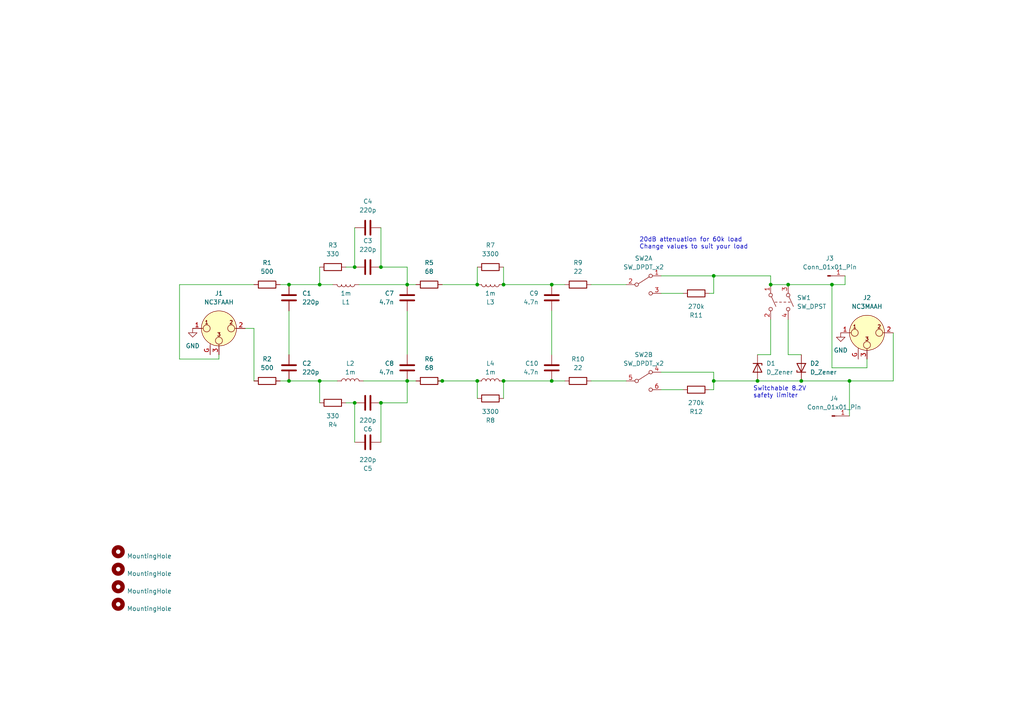
<source format=kicad_sch>
(kicad_sch (version 20230121) (generator eeschema)
  (paper "A4")
  (title_block (title "AES17 25kHz 100V filter") (date "2023-08-01") (rev "0.1"))
  (lib_symbols
    (symbol "Connector:Conn_01x01_Pin" (pin_names (offset 1.016) hide)
      (property "Reference" "J" (at 0 2.54 0))
      (property "Value" "Conn_01x01_Pin" (at 0 -2.54 0))
      (symbol "Conn_01x01_Pin_1_1"
        (polyline (pts (xy 1.27 0) (xy 0.8636 0)) (stroke (width 0.1524)))
        (rectangle (start 0.8636 0.127) (end 0 -0.127) (stroke (width 0.1524)) (fill (type outline)))
        (pin passive line (at 5.08 0 180) (length 3.81) (name "Pin_1") (number "1"))
      )
    )
    (symbol "Connector_Audio:NC3FAAH2" (pin_names hide)
      (property "Reference" "J" (at 0 8.89 0))
      (property "Value" "NC3FAAH2" (at 0 6.35 0))
      (symbol "NC3FAAH2_0_1"
        (circle (center -3.556 0) (radius 1.016))
        (circle (center 0 -3.556) (radius 1.016))
        (polyline (pts (xy -5.08 0) (xy -4.572 0)))
        (polyline (pts (xy -2.54 -5.08) (xy -2.54 -4.445)))
        (polyline (pts (xy 0 -5.08) (xy 0 -4.572)))
        (polyline (pts (xy 5.08 0) (xy 4.572 0)))
        (circle (center 0 0) (radius 5.08) (fill (type background)))
        (circle (center 3.556 0) (radius 1.016))
        (text "1" (at -3.556 1.778 0) (effects (font (size 1.016 1.016) bold)))
        (text "2" (at 3.556 1.778 0) (effects (font (size 1.016 1.016) bold)))
        (text "3" (at 0 -1.778 0) (effects (font (size 1.016 1.016) bold)))
        (pin passive line (at -7.62 0 0) (length 2.54) (name "~") (number "1"))
        (pin passive line (at 7.62 0 180) (length 2.54) (name "~") (number "2"))
        (pin passive line (at 0 -7.62 90) (length 2.54) (name "~") (number "3"))
      )
      (symbol "NC3FAAH2_1_1"
        (pin passive line (at -2.54 -7.62 90) (length 2.54) (name "~") (number "G"))
      )
    )
    (symbol "Connector_Audio:NC3MAAH" (pin_names hide)
      (property "Reference" "J" (at 0 8.89 0))
      (property "Value" "NC3MAAH" (at 0 6.35 0))
      (symbol "NC3MAAH_0_1"
        (circle (center -3.556 0) (radius 1.016))
        (circle (center 0 -3.556) (radius 1.016))
        (polyline (pts (xy -5.08 0) (xy -4.572 0)))
        (polyline (pts (xy -2.54 -5.08) (xy -2.54 -4.445)))
        (polyline (pts (xy 0 -5.08) (xy 0 -4.572)))
        (polyline (pts (xy 5.08 0) (xy 4.572 0)))
        (circle (center 0 0) (radius 5.08) (fill (type background)))
        (circle (center 3.556 0) (radius 1.016))
        (text "1" (at -3.556 1.778 0) (effects (font (size 1.016 1.016) bold)))
        (text "2" (at 3.556 1.778 0) (effects (font (size 1.016 1.016) bold)))
        (text "3" (at 0 -1.778 0) (effects (font (size 1.016 1.016) bold)))
        (pin passive line (at -7.62 0 0) (length 2.54) (name "~") (number "1"))
        (pin passive line (at 7.62 0 180) (length 2.54) (name "~") (number "2"))
        (pin passive line (at 0 -7.62 90) (length 2.54) (name "~") (number "3"))
      )
      (symbol "NC3MAAH_1_1"
        (pin passive line (at -2.54 -7.62 90) (length 2.54) (name "~") (number "G"))
      )
    )
    (symbol "Device:C" (pin_numbers hide) (pin_names (offset 0.254))
      (property "Reference" "C" (at 0.635 2.54 0))
      (property "Value" "C" (at 0.635 -2.54 0))
      (symbol "C_0_1"
        (polyline (pts (xy -2.032 -0.762) (xy 2.032 -0.762)) (stroke (width 0.508)))
        (polyline (pts (xy -2.032 0.762) (xy 2.032 0.762)) (stroke (width 0.508)))
      )
      (symbol "C_1_1"
        (pin passive line (at 0 3.81 270) (length 2.794) (name "~") (number "1"))
        (pin passive line (at 0 -3.81 90) (length 2.794) (name "~") (number "2"))
      )
    )
    (symbol "Device:D_Zener" (pin_numbers hide) (pin_names (offset 1.016) hide)
      (property "Reference" "D" (at 0 2.54 0))
      (property "Value" "D_Zener" (at 0 -2.54 0))
      (symbol "D_Zener_0_1"
        (polyline (pts (xy 1.27 0) (xy -1.27 0)))
        (polyline (pts (xy -1.27 -1.27) (xy -1.27 1.27) (xy -0.762 1.27)) (stroke (width 0.254)))
        (polyline (pts (xy 1.27 -1.27) (xy 1.27 1.27) (xy -1.27 0) (xy 1.27 -1.27)) (stroke (width 0.254)))
      )
      (symbol "D_Zener_1_1"
        (pin passive line (at -3.81 0 0) (length 2.54) (name "K") (number "1"))
        (pin passive line (at 3.81 0 180) (length 2.54) (name "A") (number "2"))
      )
    )
    (symbol "Device:L" (pin_numbers hide) (pin_names (offset 1.016) hide)
      (property "Reference" "L" (at -1.27 0 90))
      (property "Value" "L" (at 1.905 0 90))
      (symbol "L_0_1"
        (arc (start 0 -2.54) (mid 0.6323 -1.905) (end 0 -1.27))
        (arc (start 0 -1.27) (mid 0.6323 -0.635) (end 0 0))
        (arc (start 0 0) (mid 0.6323 0.635) (end 0 1.27))
        (arc (start 0 1.27) (mid 0.6323 1.905) (end 0 2.54))
      )
      (symbol "L_1_1"
        (pin passive line (at 0 3.81 270) (length 1.27) (name "1") (number "1"))
        (pin passive line (at 0 -3.81 90) (length 1.27) (name "2") (number "2"))
      )
    )
    (symbol "Device:R" (pin_numbers hide) (pin_names (offset 0))
      (property "Reference" "R" (at 2.032 0 90))
      (property "Value" "R" (at 0 0 90))
      (symbol "R_0_1"
        (rectangle (start -1.016 -2.54) (end 1.016 2.54) (stroke (width 0.254)))
      )
      (symbol "R_1_1"
        (pin passive line (at 0 3.81 270) (length 1.27) (name "~") (number "1"))
        (pin passive line (at 0 -3.81 90) (length 1.27) (name "~") (number "2"))
      )
    )
    (symbol "Mechanical:MountingHole" (pin_names (offset 1.016))
      (property "Reference" "H" (at 0 5.08 0))
      (property "Value" "MountingHole" (at 0 3.175 0))
      (symbol "MountingHole_0_1"
        (circle (center 0 0) (radius 1.27) (stroke (width 1.27)))
      )
    )
    (symbol "Switch:SW_DPDT_x2" (pin_names (offset 0) hide)
      (property "Reference" "SW" (at 0 4.318 0))
      (property "Value" "SW_DPDT_x2" (at 0 -5.08 0))
      (symbol "SW_DPDT_x2_0_0"
        (circle (center -2.032 0) (radius 0.508))
        (circle (center 2.032 -2.54) (radius 0.508))
      )
      (symbol "SW_DPDT_x2_0_1"
        (polyline (pts (xy -1.524 0.254) (xy 1.651 2.286)))
        (circle (center 2.032 2.54) (radius 0.508))
      )
      (symbol "SW_DPDT_x2_1_1"
        (pin passive line (at 5.08 2.54 180) (length 2.54) (name "A") (number "1"))
        (pin passive line (at -5.08 0 0) (length 2.54) (name "B") (number "2"))
        (pin passive line (at 5.08 -2.54 180) (length 2.54) (name "C") (number "3"))
      )
      (symbol "SW_DPDT_x2_2_1"
        (pin passive line (at 5.08 2.54 180) (length 2.54) (name "A") (number "4"))
        (pin passive line (at -5.08 0 0) (length 2.54) (name "B") (number "5"))
        (pin passive line (at 5.08 -2.54 180) (length 2.54) (name "C") (number "6"))
      )
    )
    (symbol "Switch:SW_DPST" (pin_names (offset 0) hide)
      (property "Reference" "SW" (at 0 5.08 0))
      (property "Value" "SW_DPST" (at 0 -5.08 0))
      (symbol "SW_DPST_0_0"
        (circle (center -2.032 -2.54) (radius 0.508))
        (circle (center -2.032 2.54) (radius 0.508))
        (polyline (pts (xy -1.524 -2.286) (xy 1.27 -1.016)))
        (polyline (pts (xy -1.524 2.794) (xy 1.27 4.064)))
        (polyline (pts (xy 0 -1.27) (xy 0 -0.635)))
        (polyline (pts (xy 0 0) (xy 0 0.635)))
        (polyline (pts (xy 0 1.27) (xy 0 1.905)))
        (polyline (pts (xy 0 2.54) (xy 0 3.175)))
        (circle (center 2.032 -2.54) (radius 0.508))
        (circle (center 2.032 2.54) (radius 0.508))
      )
      (symbol "SW_DPST_1_1"
        (pin passive line (at -5.08 -2.54 0) (length 2.54) (name "1") (number "1"))
        (pin passive line (at 5.08 -2.54 180) (length 2.54) (name "2") (number "2"))
        (pin passive line (at -5.08 2.54 0) (length 2.54) (name "3") (number "3"))
        (pin passive line (at 5.08 2.54 180) (length 2.54) (name "4") (number "4"))
      )
    )
    (symbol "power:GND" (power) (pin_names (offset 0))
      (property "Value" "GND" (at 0 -3.81 0))
      (symbol "GND_0_1"
        (polyline (pts (xy 0 0) (xy 0 -1.27) (xy 1.27 -1.27) (xy 0 -2.54) (xy -1.27 -1.27) (xy 0 -1.27)))
      )
      (symbol "GND_1_1"
        (pin power_in line (at 0 0 270) (length 0) hide (name "GND") (number "1"))
      )
    )
  )
  (junction (at 102.87 77.47))
  (junction (at 102.87 116.84))
  (junction (at 160.02 82.55))
  (junction (at 110.49 116.84))
  (junction (at 92.71 110.49))
  (junction (at 223.52 82.55))
  (junction (at 83.82 110.49))
  (junction (at 83.82 82.55))
  (junction (at 232.41 110.49))
  (junction (at 138.43 82.55))
  (junction (at 110.49 77.47))
  (junction (at 246.38 110.49))
  (junction (at 118.11 82.55))
  (junction (at 228.6 82.55))
  (junction (at 241.3 82.55))
  (junction (at 207.01 80.01))
  (junction (at 219.71 110.49))
  (junction (at 92.71 82.55))
  (junction (at 146.05 110.49))
  (junction (at 128.27 110.49))
  (junction (at 146.05 82.55))
  (junction (at 118.11 110.49))
  (junction (at 207.01 110.49))
  (junction (at 138.43 110.49))
  (junction (at 160.02 110.49))
  (wire (pts (xy 73.66 82.55) (xy 52.07 82.55)))
  (wire (pts (xy 228.6 82.55) (xy 241.3 82.55)))
  (wire (pts (xy 104.14 82.55) (xy 118.11 82.55)))
  (wire (pts (xy 241.3 82.55) (xy 241.3 106.68)))
  (wire (pts (xy 207.01 80.01) (xy 223.52 80.01)))
  (wire (pts (xy 251.46 104.14) (xy 251.46 106.68)))
  (wire (pts (xy 245.11 80.01) (xy 245.11 82.55)))
  (wire (pts (xy 128.27 82.55) (xy 138.43 82.55)))
  (wire (pts (xy 102.87 128.27) (xy 102.87 116.84)))
  (wire (pts (xy 102.87 116.84) (xy 100.33 116.84)))
  (wire (pts (xy 207.01 110.49) (xy 219.71 110.49)))
  (wire (pts (xy 223.52 92.71) (xy 223.52 102.87)))
  (wire (pts (xy 81.28 82.55) (xy 83.82 82.55)))
  (wire (pts (xy 219.71 110.49) (xy 232.41 110.49)))
  (wire (pts (xy 146.05 110.49) (xy 160.02 110.49)))
  (wire (pts (xy 118.11 110.49) (xy 118.11 116.84)))
  (wire (pts (xy 246.38 110.49) (xy 259.08 110.49)))
  (wire (pts (xy 232.41 110.49) (xy 246.38 110.49)))
  (wire (pts (xy 118.11 77.47) (xy 118.11 82.55)))
  (wire (pts (xy 52.07 104.14) (xy 63.5 104.14)))
  (wire (pts (xy 207.01 110.49) (xy 207.01 113.03)))
  (wire (pts (xy 127 110.49) (xy 128.27 110.49)))
  (wire (pts (xy 83.82 110.49) (xy 92.71 110.49)))
  (wire (pts (xy 118.11 110.49) (xy 120.65 110.49)))
  (wire (pts (xy 118.11 116.84) (xy 110.49 116.84)))
  (wire (pts (xy 246.38 110.49) (xy 246.38 120.65)))
  (wire (pts (xy 63.5 104.14) (xy 63.5 102.87)))
  (wire (pts (xy 52.07 82.55) (xy 52.07 104.14)))
  (wire (pts (xy 92.71 110.49) (xy 97.79 110.49)))
  (wire (pts (xy 146.05 110.49) (xy 146.05 115.57)))
  (wire (pts (xy 191.77 113.03) (xy 198.12 113.03)))
  (wire (pts (xy 207.01 113.03) (xy 205.74 113.03)))
  (wire (pts (xy 191.77 107.95) (xy 207.01 107.95)))
  (wire (pts (xy 83.82 90.17) (xy 83.82 102.87)))
  (wire (pts (xy 105.41 110.49) (xy 118.11 110.49)))
  (wire (pts (xy 171.45 82.55) (xy 181.61 82.55)))
  (wire (pts (xy 110.49 77.47) (xy 118.11 77.47)))
  (wire (pts (xy 138.43 110.49) (xy 138.43 115.57)))
  (wire (pts (xy 73.66 110.49) (xy 73.66 95.25)))
  (wire (pts (xy 81.28 110.49) (xy 83.82 110.49)))
  (wire (pts (xy 223.52 82.55) (xy 228.6 82.55)))
  (wire (pts (xy 73.66 95.25) (xy 71.12 95.25)))
  (wire (pts (xy 102.87 66.04) (xy 102.87 77.47)))
  (wire (pts (xy 110.49 66.04) (xy 110.49 77.47)))
  (wire (pts (xy 92.71 77.47) (xy 92.71 82.55)))
  (wire (pts (xy 92.71 82.55) (xy 96.52 82.55)))
  (wire (pts (xy 118.11 90.17) (xy 118.11 102.87)))
  (wire (pts (xy 205.74 85.09) (xy 207.01 85.09)))
  (wire (pts (xy 207.01 85.09) (xy 207.01 80.01)))
  (wire (pts (xy 223.52 102.87) (xy 219.71 102.87)))
  (wire (pts (xy 118.11 82.55) (xy 120.65 82.55)))
  (wire (pts (xy 251.46 106.68) (xy 241.3 106.68)))
  (wire (pts (xy 146.05 77.47) (xy 146.05 82.55)))
  (wire (pts (xy 160.02 82.55) (xy 163.83 82.55)))
  (wire (pts (xy 146.05 82.55) (xy 160.02 82.55)))
  (wire (pts (xy 241.3 82.55) (xy 245.11 82.55)))
  (wire (pts (xy 207.01 107.95) (xy 207.01 110.49)))
  (wire (pts (xy 92.71 110.49) (xy 92.71 116.84)))
  (wire (pts (xy 259.08 96.52) (xy 259.08 110.49)))
  (wire (pts (xy 110.49 116.84) (xy 110.49 128.27)))
  (wire (pts (xy 228.6 92.71) (xy 228.6 102.87)))
  (wire (pts (xy 191.77 80.01) (xy 207.01 80.01)))
  (wire (pts (xy 138.43 77.47) (xy 138.43 82.55)))
  (wire (pts (xy 128.27 110.49) (xy 138.43 110.49)))
  (wire (pts (xy 83.82 82.55) (xy 92.71 82.55)))
  (wire (pts (xy 100.33 77.47) (xy 102.87 77.47)))
  (wire (pts (xy 171.45 110.49) (xy 181.61 110.49)))
  (wire (pts (xy 223.52 80.01) (xy 223.52 82.55)))
  (wire (pts (xy 191.77 85.09) (xy 198.12 85.09)))
  (wire (pts (xy 160.02 90.17) (xy 160.02 102.87)))
  (wire (pts (xy 160.02 110.49) (xy 163.83 110.49)))
  (wire (pts (xy 228.6 102.87) (xy 232.41 102.87)))
  (text "20dB attenuation for 60k load\nChange values to suit your load" (at 185.42 72.39 0) (effects (font (size 1.27 1.27)) (justify left bottom)))
  (text "Switchable 8.2V\nsafety limiter" (at 218.44 115.57 0) (effects (font (size 1.27 1.27)) (justify left bottom)))
  (symbol (lib_id "Device:C") (at 83.82 86.36 0) (unit 1)
    (property "Reference" "C1" (at 87.63 85.09 0) (effects (justify left)))
    (property "Value" "220p" (at 87.63 87.63 0) (effects (justify left)))
    (property "Footprint" "Capacitor_THT:C_Rect_L7.2mm_W5.5mm_P5.00mm_FKS2_FKP2_MKS2_MKP2" (effects hide))
  )
  (symbol (lib_id "Device:R") (at 142.24 77.47 90) (unit 1)
    (property "Reference" "R7" (at 142.24 71.12 90))
    (property "Value" "3300" (at 142.24 73.66 90))
    (property "Footprint" "Resistor_THT:R_Axial_DIN0516_L15.5mm_D5.0mm_P25.40mm_Horizontal" (effects hide))
  )
  (symbol (lib_id "Device:C") (at 83.82 106.68 0) (unit 1)
    (property "Reference" "C2" (at 87.63 105.41 0) (effects (justify left)))
    (property "Value" "220p" (at 87.63 107.95 0) (effects (justify left)))
    (property "Footprint" "Capacitor_THT:C_Rect_L7.2mm_W5.5mm_P5.00mm_FKS2_FKP2_MKS2_MKP2" (effects hide))
  )
  (symbol (lib_id "Mechanical:MountingHole") (at 34.29 160.02 0) (unit 1) (in_bom no)
    (property "Reference" "H1" (effects hide))
    (property "Value" "MountingHole" (at 36.83 161.29 0) (effects (justify left)))
    (property "Footprint" "MountingHole:MountingHole_3.2mm_M3" (effects hide))
    (property "Sim.Enable" "0" (effects hide))
  )
  (symbol (lib_id "Device:R") (at 77.47 110.49 90) (unit 1)
    (property "Reference" "R2" (at 77.47 104.14 90))
    (property "Value" "500" (at 77.47 106.68 90))
    (property "Footprint" "Resistor_THT:R_Axial_DIN0414_L11.9mm_D4.5mm_P20.32mm_Horizontal" (effects hide))
    (property "Power rating" "3W" (effects hide))
    (property "Voltage rating" "140V" (effects hide))
  )
  (symbol (lib_id "Connector:Conn_01x01_Pin") (at 240.03 80.01 0) (unit 1)
    (property "Reference" "J3" (at 240.665 74.93 0))
    (property "Value" "Conn_01x01_Pin" (at 240.665 77.47 0))
    (property "Footprint" "Connector:Banana_Cliff_FCR7350x_S16N-PC_Horizontal" (effects hide))
    (property "Sim.Enable" "0" (effects hide))
  )
  (symbol (lib_id "Device:C") (at 160.02 86.36 0) (mirror y) (unit 1)
    (property "Reference" "C9" (at 156.21 85.09 0) (effects (justify left)))
    (property "Value" "4.7n" (at 156.21 87.63 0) (effects (justify left)))
    (property "Footprint" "Capacitor_THT:C_Rect_L18.0mm_W9.0mm_P15.00mm_FKS3_FKP3" (effects hide))
  )
  (symbol (lib_id "Connector_Audio:NC3FAAH2") (at 63.5 95.25 0) (unit 1)
    (property "Reference" "J1" (at 63.5 85.09 0))
    (property "Value" "NC3FAAH" (at 63.5 87.63 0))
    (property "Footprint" "Connector_Audio:Jack_XLR_Neutrik_NC3FAAH2_Horizontal" (effects hide))
    (property "Datasheet" "https://www.neutrik.com/en/product/nc3faah2" (effects hide))
    (property "Sim.Enable" "0" (effects hide))
  )
  (symbol (lib_id "Device:R") (at 201.93 85.09 90) (mirror x) (unit 1)
    (property "Reference" "R11" (at 201.93 91.44 90))
    (property "Value" "270k" (at 201.93 88.9 90))
    (property "Footprint" "Resistor_THT:R_Axial_DIN0207_L6.3mm_D2.5mm_P15.24mm_Horizontal" (effects hide))
  )
  (symbol (lib_id "Mechanical:MountingHole") (at 34.29 175.26 0) (unit 1) (in_bom no)
    (property "Reference" "H4" (effects hide))
    (property "Value" "MountingHole" (at 36.83 176.53 0) (effects (justify left)))
    (property "Footprint" "MountingHole:MountingHole_3.2mm_M3" (effects hide))
    (property "Sim.Enable" "0" (effects hide))
  )
  (symbol (lib_id "Device:R") (at 96.52 116.84 90) (mirror x) (unit 1)
    (property "Reference" "R4" (at 96.52 123.19 90))
    (property "Value" "330" (at 96.52 120.65 90))
    (property "Footprint" "Resistor_THT:R_Axial_DIN0414_L11.9mm_D4.5mm_P20.32mm_Horizontal" (effects hide))
  )
  (symbol (lib_id "Device:R") (at 201.93 113.03 90) (mirror x) (unit 1)
    (property "Reference" "R12" (at 201.93 119.38 90))
    (property "Value" "270k" (at 201.93 116.84 90))
    (property "Footprint" "Resistor_THT:R_Axial_DIN0207_L6.3mm_D2.5mm_P15.24mm_Horizontal" (effects hide))
  )
  (symbol (lib_id "Device:C") (at 106.68 66.04 90) (unit 1)
    (property "Reference" "C4" (at 106.68 58.42 90))
    (property "Value" "220p" (at 106.68 60.96 90))
    (property "Footprint" "Capacitor_THT:C_Rect_L7.2mm_W5.5mm_P5.00mm_FKS2_FKP2_MKS2_MKP2" (effects hide))
  )
  (symbol (lib_id "Device:L") (at 142.24 82.55 90) (mirror x) (unit 1)
    (property "Reference" "L3" (at 142.24 87.63 90))
    (property "Value" "1m" (at 142.24 85.09 90))
    (property "Footprint" "Inductor_THT:L_Radial_D10.5mm_P5.00mm_Abacron_AISR-01" (effects hide))
  )
  (symbol (lib_id "Device:L") (at 142.24 110.49 90) (unit 1)
    (property "Reference" "L4" (at 142.24 105.41 90))
    (property "Value" "1m" (at 142.24 107.95 90))
    (property "Footprint" "Inductor_THT:L_Radial_D10.5mm_P5.00mm_Abacron_AISR-01" (effects hide))
  )
  (symbol (lib_id "Connector_Audio:NC3MAAH") (at 251.46 96.52 0) (unit 1)
    (property "Reference" "J2" (at 251.46 86.36 0))
    (property "Value" "NC3MAAH" (at 251.46 88.9 0))
    (property "Footprint" "Connector_Audio:Jack_XLR_Neutrik_NC3MAAH_Horizontal" (effects hide))
    (property "Datasheet" "https://www.neutrik.com/en/product/nc3maah" (effects hide))
    (property "Sim.Enable" "0" (effects hide))
  )
  (symbol (lib_id "Mechanical:MountingHole") (at 34.29 170.18 0) (unit 1) (in_bom no)
    (property "Reference" "H3" (effects hide))
    (property "Value" "MountingHole" (at 36.83 171.45 0) (effects (justify left)))
    (property "Footprint" "MountingHole:MountingHole_3.2mm_M3" (effects hide))
    (property "Sim.Enable" "0" (effects hide))
  )
  (symbol (lib_id "Device:R") (at 124.46 82.55 90) (unit 1)
    (property "Reference" "R5" (at 124.46 76.2 90))
    (property "Value" "68" (at 124.46 78.74 90))
    (property "Footprint" "Resistor_THT:R_Axial_DIN0414_L11.9mm_D4.5mm_P20.32mm_Horizontal" (effects hide))
  )
  (symbol (lib_id "Switch:SW_DPST") (at 226.06 87.63 270) (unit 1)
    (property "Reference" "SW1" (at 231.14 86.36 90) (effects (justify left)))
    (property "Value" "SW_DPST" (at 231.14 88.9 90) (effects (justify left)))
    (property "Footprint" "Connector_PinHeader_2.54mm:PinHeader_2x02_P2.54mm_Vertical" (effects hide))
  )
  (symbol (lib_id "power:GND") (at 243.84 96.52 0) (unit 1)
    (property "Reference" "#PWR02" (effects hide))
    (property "Value" "GND" (at 243.84 101.6 0))
  )
  (symbol (lib_id "Device:D_Zener") (at 219.71 106.68 270) (unit 1)
    (property "Reference" "D1" (at 222.25 105.41 90) (effects (justify left)))
    (property "Value" "D_Zener" (at 222.25 107.95 90) (effects (justify left)))
    (property "Footprint" "Diode_THT:D_DO-41_SOD81_P10.16mm_Horizontal" (effects hide))
    (property "Sim.Enable" "0" (effects hide))
  )
  (symbol (lib_id "Device:R") (at 167.64 110.49 90) (unit 1)
    (property "Reference" "R10" (at 167.64 104.14 90))
    (property "Value" "22" (at 167.64 106.68 90))
    (property "Footprint" "Resistor_THT:R_Axial_DIN0414_L11.9mm_D4.5mm_P20.32mm_Horizontal" (effects hide))
  )
  (symbol (lib_id "Device:C") (at 160.02 106.68 0) (mirror y) (unit 1)
    (property "Reference" "C10" (at 156.21 105.41 0) (effects (justify left)))
    (property "Value" "4.7n" (at 156.21 107.95 0) (effects (justify left)))
    (property "Footprint" "Capacitor_THT:C_Rect_L18.0mm_W9.0mm_P15.00mm_FKS3_FKP3" (effects hide))
  )
  (symbol (lib_id "Device:L") (at 100.33 82.55 90) (mirror x) (unit 1)
    (property "Reference" "L1" (at 100.33 87.63 90))
    (property "Value" "1m" (at 100.33 85.09 90))
    (property "Footprint" "Inductor_THT:L_Radial_D10.5mm_P5.00mm_Abacron_AISR-01" (effects hide))
  )
  (symbol (lib_id "Connector:Conn_01x01_Pin") (at 241.3 120.65 0) (unit 1)
    (property "Reference" "J4" (at 241.935 115.57 0))
    (property "Value" "Conn_01x01_Pin" (at 241.935 118.11 0))
    (property "Footprint" "Connector:Banana_Cliff_FCR7350x_S16N-PC_Horizontal" (effects hide))
    (property "Sim.Enable" "0" (effects hide))
  )
  (symbol (lib_id "Device:R") (at 96.52 77.47 90) (unit 1)
    (property "Reference" "R3" (at 96.52 71.12 90))
    (property "Value" "330" (at 96.52 73.66 90))
    (property "Footprint" "Resistor_THT:R_Axial_DIN0414_L11.9mm_D4.5mm_P20.32mm_Horizontal" (effects hide))
  )
  (symbol (lib_id "Device:C") (at 106.68 116.84 90) (mirror x) (unit 1)
    (property "Reference" "C6" (at 106.68 124.46 90))
    (property "Value" "220p" (at 106.68 121.92 90))
    (property "Footprint" "Capacitor_THT:C_Rect_L7.2mm_W5.5mm_P5.00mm_FKS2_FKP2_MKS2_MKP2" (effects hide))
  )
  (symbol (lib_id "Device:C") (at 106.68 77.47 90) (unit 1)
    (property "Reference" "C3" (at 106.68 69.85 90))
    (property "Value" "220p" (at 106.68 72.39 90))
    (property "Footprint" "Capacitor_THT:C_Rect_L7.2mm_W5.5mm_P5.00mm_FKS2_FKP2_MKS2_MKP2" (effects hide))
  )
  (symbol (lib_id "power:GND") (at 55.88 95.25 0) (unit 1)
    (property "Reference" "#PWR01" (effects hide))
    (property "Value" "GND" (at 55.88 100.33 0))
  )
  (symbol (lib_id "Mechanical:MountingHole") (at 34.29 165.1 0) (unit 1) (in_bom no)
    (property "Reference" "H2" (effects hide))
    (property "Value" "MountingHole" (at 36.83 166.37 0) (effects (justify left)))
    (property "Footprint" "MountingHole:MountingHole_3.2mm_M3" (effects hide))
    (property "Sim.Enable" "0" (effects hide))
  )
  (symbol (lib_id "Device:R") (at 77.47 82.55 90) (unit 1)
    (property "Reference" "R1" (at 77.47 76.2 90))
    (property "Value" "500" (at 77.47 78.74 90))
    (property "Footprint" "Resistor_THT:R_Axial_DIN0414_L11.9mm_D4.5mm_P20.32mm_Horizontal" (effects hide))
    (property "Power rating" "3W" (effects hide))
    (property "Voltage rating" "140V" (effects hide))
  )
  (symbol (lib_id "Device:R") (at 167.64 82.55 90) (unit 1)
    (property "Reference" "R9" (at 167.64 76.2 90))
    (property "Value" "22" (at 167.64 78.74 90))
    (property "Footprint" "Resistor_THT:R_Axial_DIN0414_L11.9mm_D4.5mm_P20.32mm_Horizontal" (effects hide))
  )
  (symbol (lib_id "Device:C") (at 106.68 128.27 90) (mirror x) (unit 1)
    (property "Reference" "C5" (at 106.68 135.89 90))
    (property "Value" "220p" (at 106.68 133.35 90))
    (property "Footprint" "Capacitor_THT:C_Rect_L7.2mm_W5.5mm_P5.00mm_FKS2_FKP2_MKS2_MKP2" (effects hide))
  )
  (symbol (lib_id "Switch:SW_DPDT_x2") (at 186.69 110.49 0) (unit 2)
    (property "Reference" "SW2" (at 186.69 102.87 0))
    (property "Value" "SW_DPDT_x2" (at 186.69 105.41 0))
    (property "Footprint" "Connector_PinHeader_2.54mm:PinHeader_2x03_P2.54mm_Vertical" (effects hide))
    (property "Sim.Enable" "0" (effects hide))
  )
  (symbol (lib_id "Device:R") (at 142.24 115.57 90) (mirror x) (unit 1)
    (property "Reference" "R8" (at 142.24 121.92 90))
    (property "Value" "3300" (at 142.24 119.38 90))
    (property "Footprint" "Resistor_THT:R_Axial_DIN0617_L17.0mm_D6.0mm_P25.40mm_Horizontal" (effects hide))
  )
  (symbol (lib_id "Device:C") (at 118.11 86.36 0) (mirror y) (unit 1)
    (property "Reference" "C7" (at 114.3 85.09 0) (effects (justify left)))
    (property "Value" "4.7n" (at 114.3 87.63 0) (effects (justify left)))
    (property "Footprint" "Capacitor_THT:C_Rect_L18.0mm_W9.0mm_P15.00mm_FKS3_FKP3" (effects hide))
  )
  (symbol (lib_id "Device:D_Zener") (at 232.41 106.68 90) (unit 1)
    (property "Reference" "D2" (at 234.95 105.41 90) (effects (justify right)))
    (property "Value" "D_Zener" (at 234.95 107.95 90) (effects (justify right)))
    (property "Footprint" "Diode_THT:D_DO-41_SOD81_P10.16mm_Horizontal" (effects hide))
    (property "Sim.Enable" "0" (effects hide))
  )
  (symbol (lib_id "Switch:SW_DPDT_x2") (at 186.69 82.55 0) (unit 1)
    (property "Reference" "SW2" (at 186.69 74.93 0))
    (property "Value" "SW_DPDT_x2" (at 186.69 77.47 0))
    (property "Footprint" "Connector_PinHeader_2.54mm:PinHeader_2x03_P2.54mm_Vertical" (effects hide))
    (property "Sim.Enable" "0" (effects hide))
  )
  (symbol (lib_id "Device:L") (at 101.6 110.49 90) (unit 1)
    (property "Reference" "L2" (at 101.6 105.41 90))
    (property "Value" "1m" (at 101.6 107.95 90))
    (property "Footprint" "Inductor_THT:L_Radial_D10.5mm_P5.00mm_Abacron_AISR-01" (effects hide))
  )
  (symbol (lib_id "Device:C") (at 118.11 106.68 0) (mirror y) (unit 1)
    (property "Reference" "C8" (at 114.3 105.41 0) (effects (justify left)))
    (property "Value" "4.7n" (at 114.3 107.95 0) (effects (justify left)))
    (property "Footprint" "Capacitor_THT:C_Rect_L18.0mm_W9.0mm_P15.00mm_FKS3_FKP3" (effects hide))
  )
  (symbol (lib_id "Device:R") (at 124.46 110.49 90) (unit 1)
    (property "Reference" "R6" (at 124.46 104.14 90))
    (property "Value" "68" (at 124.46 106.68 90))
    (property "Footprint" "Resistor_THT:R_Axial_DIN0414_L11.9mm_D4.5mm_P20.32mm_Horizontal" (effects hide))
  )
)
</source>
